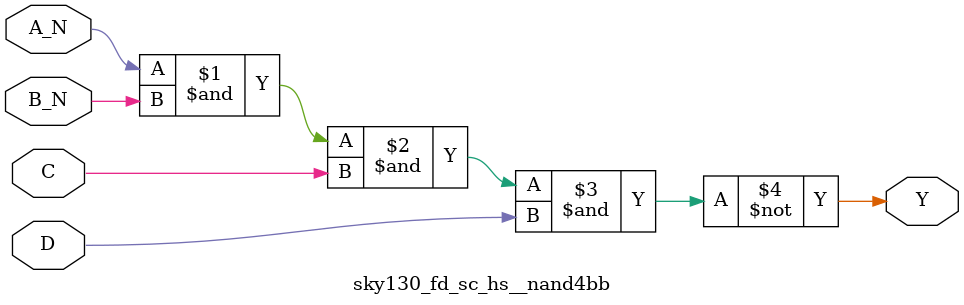
<source format=v>

module sky130_fd_sc_hs__nand4bb (
    Y,
    A_N,
    B_N,
    C,
    D
);

    output Y;
    input A_N;
    input B_N;
    input C;
    input D;

    assign Y = ~(A_N & B_N & C & D);

endmodule

</source>
